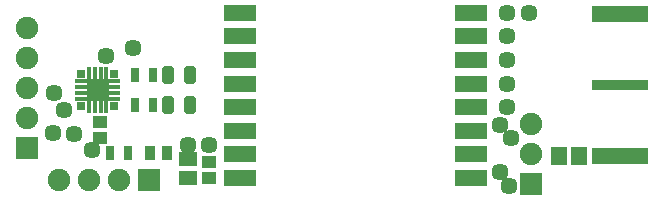
<source format=gts>
G04*
G04 #@! TF.GenerationSoftware,Altium Limited,Altium Designer,18.1.1 (9)*
G04*
G04 Layer_Color=8388736*
%FSLAX42Y42*%
%MOMM*%
G71*
G01*
G75*
%ADD10R,4.70X1.40*%
%ADD11R,4.70X0.90*%
%ADD12R,1.35X1.60*%
%ADD13R,1.65X1.20*%
%ADD14R,1.20X1.00*%
%ADD15R,0.94X1.22*%
%ADD16R,2.70X1.40*%
%ADD17R,0.80X1.15*%
%ADD18R,0.70X0.70*%
%ADD19R,0.45X1.00*%
%ADD20R,0.70X0.70*%
%ADD21R,1.00X0.45*%
%ADD22R,1.90X1.90*%
G04:AMPARAMS|DCode=23|XSize=1.06mm|YSize=1.55mm|CornerRadius=0.32mm|HoleSize=0mm|Usage=FLASHONLY|Rotation=180.000|XOffset=0mm|YOffset=0mm|HoleType=Round|Shape=RoundedRectangle|*
%AMROUNDEDRECTD23*
21,1,1.06,0.91,0,0,180.0*
21,1,0.42,1.55,0,0,180.0*
1,1,0.64,-0.21,0.46*
1,1,0.64,0.21,0.46*
1,1,0.64,0.21,-0.46*
1,1,0.64,-0.21,-0.46*
%
%ADD23ROUNDEDRECTD23*%
%ADD24R,1.91X1.91*%
%ADD25C,1.91*%
%ADD26R,1.91X1.91*%
%ADD27C,1.45*%
D10*
X5210Y1570D02*
D03*
Y370D02*
D03*
D11*
Y970D02*
D03*
D12*
X4860Y370D02*
D03*
X4690D02*
D03*
D13*
X1550Y180D02*
D03*
Y340D02*
D03*
D14*
X1730Y180D02*
D03*
Y315D02*
D03*
X810Y522D02*
D03*
Y657D02*
D03*
D15*
X1227Y390D02*
D03*
X1373D02*
D03*
D16*
X3945Y180D02*
D03*
Y380D02*
D03*
Y580D02*
D03*
Y780D02*
D03*
Y980D02*
D03*
Y1180D02*
D03*
Y1380D02*
D03*
Y1580D02*
D03*
X1995Y180D02*
D03*
Y380D02*
D03*
Y580D02*
D03*
Y780D02*
D03*
Y980D02*
D03*
Y1180D02*
D03*
Y1380D02*
D03*
Y1580D02*
D03*
D17*
X1105Y1050D02*
D03*
X1255D02*
D03*
Y800D02*
D03*
X1105D02*
D03*
X895Y390D02*
D03*
X1045D02*
D03*
D18*
X650Y788D02*
D03*
X925Y1062D02*
D03*
D19*
X712Y782D02*
D03*
X762D02*
D03*
X812D02*
D03*
X862D02*
D03*
Y1068D02*
D03*
X812D02*
D03*
X762Y1068D02*
D03*
X712D02*
D03*
D20*
X925Y788D02*
D03*
X650Y1062D02*
D03*
D21*
X930Y850D02*
D03*
Y900D02*
D03*
Y950D02*
D03*
Y1000D02*
D03*
X645D02*
D03*
Y950D02*
D03*
Y900D02*
D03*
Y850D02*
D03*
D22*
X788Y925D02*
D03*
D23*
X1386Y1050D02*
D03*
X1573D02*
D03*
X1386Y800D02*
D03*
X1573D02*
D03*
D24*
X1224Y160D02*
D03*
D25*
X970D02*
D03*
X716D02*
D03*
X462D02*
D03*
X4460Y384D02*
D03*
Y638D02*
D03*
X190Y686D02*
D03*
Y940D02*
D03*
Y1194D02*
D03*
Y1448D02*
D03*
D26*
X4460Y130D02*
D03*
X190Y432D02*
D03*
D27*
X4440Y1580D02*
D03*
X4190Y230D02*
D03*
X4290Y520D02*
D03*
X4190Y630D02*
D03*
X4270Y110D02*
D03*
X420Y900D02*
D03*
X500Y760D02*
D03*
X585Y555D02*
D03*
X740Y420D02*
D03*
X410Y560D02*
D03*
X4250Y1580D02*
D03*
X1730Y460D02*
D03*
X1550D02*
D03*
X862Y1210D02*
D03*
X1090Y1280D02*
D03*
X4250Y780D02*
D03*
Y980D02*
D03*
Y1180D02*
D03*
Y1380D02*
D03*
M02*

</source>
